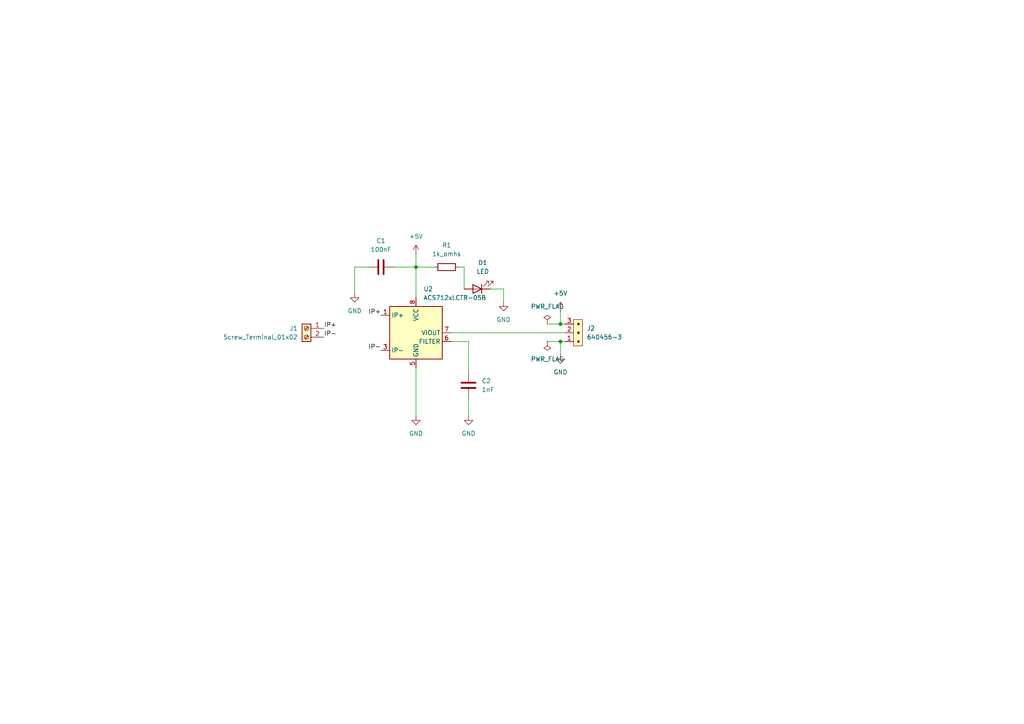
<source format=kicad_sch>
(kicad_sch (version 20250114) (generator "eeschema") (generator_version "9.0")
  (paper "A4")
  (lib_symbols
    (symbol "Connector:Screw_Terminal_01x02" (pin_names (offset 1.016) (hide yes))
      (property "Reference" "J" (at 0 2.54 0))
      (property "Value" "Screw_Terminal_01x02" (at 0 -5.08 0))
      (symbol "Screw_Terminal_01x02_1_1"
        (rectangle (start -1.27 1.27) (end 1.27 -3.81) (stroke (width 0.254)) (fill (type background)))
        (polyline (pts (xy -0.5334 0.3302) (xy 0.3302 -0.508)) (stroke (width 0.1524)))
        (polyline (pts (xy -0.5334 -2.2098) (xy 0.3302 -3.048)) (stroke (width 0.1524)))
        (polyline (pts (xy -0.3556 0.508) (xy 0.508 -0.3302)) (stroke (width 0.1524)))
        (polyline (pts (xy -0.3556 -2.032) (xy 0.508 -2.8702)) (stroke (width 0.1524)))
        (circle (center 0 0) (radius 0.635) (stroke (width 0.1524)))
        (circle (center 0 -2.54) (radius 0.635) (stroke (width 0.1524)))
        (pin passive line (at -5.08 0 0) (length 3.81) (name "Pin_1") (number "1"))
        (pin passive line (at -5.08 -2.54 0) (length 3.81) (name "Pin_2") (number "2"))
      )
    )
    (symbol "Device:C" (pin_numbers (hide yes)) (pin_names (offset 0.254))
      (property "Reference" "C" (at 0.635 2.54 0))
      (property "Value" "C" (at 0.635 -2.54 0))
      (symbol "C_0_1"
        (polyline (pts (xy -2.032 0.762) (xy 2.032 0.762)) (stroke (width 0.508)))
        (polyline (pts (xy -2.032 -0.762) (xy 2.032 -0.762)) (stroke (width 0.508)))
      )
      (symbol "C_1_1"
        (pin passive line (at 0 3.81 270) (length 2.794) (name "~") (number "1"))
        (pin passive line (at 0 -3.81 90) (length 2.794) (name "~") (number "2"))
      )
    )
    (symbol "Device:LED" (pin_numbers (hide yes)) (pin_names (offset 1.016) (hide yes))
      (property "Reference" "D" (at 0 2.54 0))
      (property "Value" "LED" (at 0 -2.54 0))
      (symbol "LED_0_1"
        (polyline (pts (xy -3.048 -0.762) (xy -4.572 -2.286) (xy -3.81 -2.286) (xy -4.572 -2.286) (xy -4.572 -1.524)))
        (polyline (pts (xy -1.778 -0.762) (xy -3.302 -2.286) (xy -2.54 -2.286) (xy -3.302 -2.286) (xy -3.302 -1.524)))
        (polyline (pts (xy -1.27 0) (xy 1.27 0)))
        (polyline (pts (xy -1.27 -1.27) (xy -1.27 1.27)) (stroke (width 0.254)))
        (polyline (pts (xy 1.27 -1.27) (xy 1.27 1.27) (xy -1.27 0) (xy 1.27 -1.27)) (stroke (width 0.254)))
      )
      (symbol "LED_1_1"
        (pin passive line (at -3.81 0 0) (length 2.54) (name "K") (number "1"))
        (pin passive line (at 3.81 0 180) (length 2.54) (name "A") (number "2"))
      )
    )
    (symbol "Device:R" (pin_numbers (hide yes)) (pin_names (offset 0))
      (property "Reference" "R" (at 2.032 0 90))
      (property "Value" "R" (at 0 0 90))
      (symbol "R_0_1"
        (rectangle (start -1.016 -2.54) (end 1.016 2.54) (stroke (width 0.254)))
      )
      (symbol "R_1_1"
        (pin passive line (at 0 3.81 270) (length 1.27) (name "~") (number "1"))
        (pin passive line (at 0 -3.81 90) (length 1.27) (name "~") (number "2"))
      )
    )
    (symbol "Sensor_Current:ACS712xLCTR-05B"
      (property "Reference" "U" (at 2.54 11.43 0))
      (property "Value" "ACS712xLCTR-05B" (at 2.54 8.89 0))
      (symbol "ACS712xLCTR-05B_0_1"
        (rectangle (start -7.62 7.62) (end 7.62 -7.62) (stroke (width 0.254)) (fill (type background)))
      )
      (symbol "ACS712xLCTR-05B_1_1"
        (pin passive line (at -10.16 5.08 0) (length 2.54) (name "IP+") (number "1"))
        (pin passive line (at -10.16 5.08 0) (length 2.54) (hide yes) (name "IP+") (number "2"))
        (pin passive line (at -10.16 -5.08 0) (length 2.54) (name "IP-") (number "3"))
        (pin passive line (at -10.16 -5.08 0) (length 2.54) (hide yes) (name "IP-") (number "4"))
        (pin power_in line (at 0 10.16 270) (length 2.54) (name "VCC") (number "8"))
        (pin power_in line (at 0 -10.16 90) (length 2.54) (name "GND") (number "5"))
        (pin output line (at 10.16 0 180) (length 2.54) (name "VIOUT") (number "7"))
        (pin passive line (at 10.16 -2.54 180) (length 2.54) (name "FILTER") (number "6"))
      )
    )
    (symbol "dk_Rectangular-Connectors-Headers-Male-Pins:640456-3" (pin_names (offset 1.016))
      (property "Reference" "J" (at -2.54 1.27 0))
      (property "Value" "640456-3" (at 2.54 -3.81 0))
      (symbol "640456-3_1_1"
        (rectangle (start -1.27 0) (end 6.35 -2.54) (fill (type background)))
        (rectangle (start -0.254 -1.143) (end 0.254 -1.651) (fill (type outline)))
        (rectangle (start 2.286 -1.143) (end 2.794 -1.651) (fill (type outline)))
        (rectangle (start 4.826 -1.143) (end 5.334 -1.651) (fill (type outline)))
        (pin passive line (at 0 2.54 270) (length 2.54) (name "~") (number "1"))
        (pin passive line (at 2.54 2.54 270) (length 2.54) (name "~") (number "2"))
        (pin passive line (at 5.08 2.54 270) (length 2.54) (name "~") (number "3"))
      )
    )
    (symbol "power:+5V" (power) (pin_numbers (hide yes)) (pin_names (offset 0) (hide yes))
      (property "Value" "+5V" (at 0 3.556 0))
      (symbol "+5V_0_1"
        (polyline (pts (xy -0.762 1.27) (xy 0 2.54)))
        (polyline (pts (xy 0 2.54) (xy 0.762 1.27)))
        (polyline (pts (xy 0 0) (xy 0 2.54)))
      )
      (symbol "+5V_1_1"
        (pin power_in line (at 0 0 90) (length 0) (name "~") (number "1"))
      )
    )
    (symbol "power:GND" (power) (pin_numbers (hide yes)) (pin_names (offset 0) (hide yes))
      (property "Value" "GND" (at 0 -3.81 0))
      (symbol "GND_0_1"
        (polyline (pts (xy 0 0) (xy 0 -1.27) (xy 1.27 -1.27) (xy 0 -2.54) (xy -1.27 -1.27) (xy 0 -1.27)))
      )
      (symbol "GND_1_1"
        (pin power_in line (at 0 0 270) (length 0) (name "~") (number "1"))
      )
    )
    (symbol "power:PWR_FLAG" (power) (pin_numbers (hide yes)) (pin_names (offset 0) (hide yes))
      (property "Value" "PWR_FLAG" (at 0 3.81 0))
      (symbol "PWR_FLAG_0_0"
        (pin power_out line (at 0 0 90) (length 0) (name "~") (number "1"))
      )
      (symbol "PWR_FLAG_0_1"
        (polyline (pts (xy 0 0) (xy 0 1.27) (xy -1.016 1.905) (xy 0 2.54) (xy 1.016 1.905) (xy 0 1.27)))
      )
    )
  )
  (junction (at 162.56 93.98))
  (junction (at 120.65 77.47))
  (junction (at 162.56 99.06))
  (wire (pts (xy 135.89 107.95) (xy 135.89 99.06)))
  (wire (pts (xy 158.75 99.06) (xy 162.56 99.06)))
  (wire (pts (xy 120.65 73.66) (xy 120.65 77.47)))
  (wire (pts (xy 120.65 77.47) (xy 120.65 86.36)))
  (wire (pts (xy 114.3 77.47) (xy 120.65 77.47)))
  (wire (pts (xy 162.56 90.17) (xy 162.56 93.98)))
  (wire (pts (xy 146.05 87.63) (xy 146.05 83.82)))
  (wire (pts (xy 102.87 77.47) (xy 106.68 77.47)))
  (wire (pts (xy 162.56 93.98) (xy 163.83 93.98)))
  (wire (pts (xy 130.81 96.52) (xy 163.83 96.52)))
  (wire (pts (xy 133.35 77.47) (xy 134.62 77.47)))
  (wire (pts (xy 134.62 77.47) (xy 134.62 83.82)))
  (wire (pts (xy 135.89 115.57) (xy 135.89 120.65)))
  (wire (pts (xy 120.65 106.68) (xy 120.65 120.65)))
  (wire (pts (xy 162.56 102.87) (xy 162.56 99.06)))
  (wire (pts (xy 102.87 85.09) (xy 102.87 77.47)))
  (wire (pts (xy 146.05 83.82) (xy 142.24 83.82)))
  (wire (pts (xy 158.75 93.98) (xy 162.56 93.98)))
  (wire (pts (xy 130.81 99.06) (xy 135.89 99.06)))
  (wire (pts (xy 162.56 99.06) (xy 163.83 99.06)))
  (wire (pts (xy 120.65 77.47) (xy 125.73 77.47)))
  (label "IP-" (at 93.98 97.79 0))
  (label "IP+" (at 110.49 91.44 180))
  (label "IP+" (at 93.98 95.25 0))
  (label "IP-" (at 110.49 101.6 180))
  (symbol (lib_id "power:GND") (at 120.65 120.65 0) (unit 1)
    (property "Reference" "#PWR01" (effects (hide yes)))
    (property "Value" "GND" (at 120.65 125.73 0))
    (property "Description" "Power symbol creates a global label with name \"GND\" , ground" (effects (hide yes)))
  )
  (symbol (lib_id "power:GND") (at 146.05 87.63 0) (unit 1)
    (property "Reference" "#PWR05" (effects (hide yes)))
    (property "Value" "GND" (at 146.05 92.71 0))
    (property "Description" "Power symbol creates a global label with name \"GND\" , ground" (effects (hide yes)))
  )
  (symbol (lib_id "Device:R") (at 129.54 77.47 90) (unit 1)
    (property "Reference" "R1" (at 129.54 71.12 90))
    (property "Value" "1k_omhs" (at 129.54 73.66 90))
    (property "Footprint" "Resistor_SMD:R_0805_2012Metric" (effects (hide yes)))
    (property "Description" "Resistor" (effects (hide yes)))
  )
  (symbol (lib_id "Device:C") (at 135.89 111.76 0) (unit 1)
    (property "Reference" "C2" (at 139.7 110.4899 0) (effects (justify left)))
    (property "Value" "1nF" (at 139.7 113.0299 0) (effects (justify left)))
    (property "Footprint" "Capacitor_SMD:C_0805_2012Metric" (effects (hide yes)))
    (property "Description" "Unpolarized capacitor" (effects (hide yes)))
  )
  (symbol (lib_id "power:PWR_FLAG") (at 158.75 99.06 180) (unit 1)
    (property "Reference" "#FLG02" (effects (hide yes)))
    (property "Value" "PWR_FLAG" (at 158.75 104.14 0))
    (property "Description" "Special symbol for telling ERC where power comes from" (effects (hide yes)))
  )
  (symbol (lib_id "power:+5V") (at 162.56 90.17 0) (unit 1)
    (property "Reference" "#PWR07" (effects (hide yes)))
    (property "Value" "+5V" (at 162.56 85.09 0))
    (property "Description" "Power symbol creates a global label with name \"+5V\"" (effects (hide yes)))
  )
  (symbol (lib_id "power:+5V") (at 120.65 73.66 0) (unit 1)
    (property "Reference" "#PWR02" (effects (hide yes)))
    (property "Value" "+5V" (at 120.65 68.58 0))
    (property "Description" "Power symbol creates a global label with name \"+5V\"" (effects (hide yes)))
  )
  (symbol (lib_id "Sensor_Current:ACS712xLCTR-05B") (at 120.65 96.52 0) (unit 1)
    (property "Reference" "U2" (at 122.7933 83.82 0) (effects (justify left)))
    (property "Value" "ACS712xLCTR-05B" (at 122.7933 86.36 0) (effects (justify left)))
    (property "Footprint" "Package_SO:SOIC-8_3.9x4.9mm_P1.27mm" (effects (hide yes)))
    (property "Datasheet" "http://www.allegromicro.com/~/media/Files/Datasheets/ACS712-Datasheet.ashx?la=en" (effects (hide yes)))
    (property "Description" "±5A Bidirectional Hall-Effect Current Sensor, +5.0V supply, 185mV/A, SOIC-8" (effects (hide yes)))
  )
  (symbol (lib_id "dk_Rectangular-Connectors-Headers-Male-Pins:640456-3") (at 166.37 99.06 90) (unit 1)
    (property "Reference" "J2" (at 170.18 95.2499 90) (effects (justify right)))
    (property "Value" "640456-3" (at 170.18 97.7899 90) (effects (justify right)))
    (property "Footprint" "digikey-footprints:PinHeader_1x3_P2.54_Drill1.1mm" (effects (hide yes)))
    (property "Datasheet" "https://www.te.com/commerce/DocumentDelivery/DDEController?Action=srchrtrv&DocNm=640456&DocType=Customer+Drawing&DocLang=English" (effects (hide yes)))
    (property "Description" "CONN HEADER VERT 3POS 2.54MM" (effects (hide yes)))
    (property "Digi-Key_PN" "A19470-ND" (effects (hide yes)))
    (property "MPN" "640456-3" (effects (hide yes)))
    (property "Category" "Connectors, Interconnects" (effects (hide yes)))
    (property "Family" "Rectangular Connectors - Headers, Male Pins" (effects (hide yes)))
    (property "DK_Datasheet_Link" "https://www.te.com/commerce/DocumentDelivery/DDEController?Action=srchrtrv&DocNm=640456&DocType=Customer+Drawing&DocLang=English" (effects (hide yes)))
    (property "DK_Detail_Page" "/product-detail/en/te-connectivity-amp-connectors/640456-3/A19470-ND/259010" (effects (hide yes)))
    (property "Description_1" "CONN HEADER VERT 3POS 2.54MM" (effects (hide yes)))
    (property "Manufacturer" "TE Connectivity AMP Connectors" (effects (hide yes)))
    (property "Status" "Active" (effects (hide yes)))
  )
  (symbol (lib_id "Connector:Screw_Terminal_01x02") (at 88.9 95.25 0) (mirror y) (unit 1)
    (property "Reference" "J1" (at 86.36 95.2499 0) (effects (justify left)))
    (property "Value" "Screw_Terminal_01x02" (at 86.36 97.7899 0) (effects (justify left)))
    (property "Footprint" "TerminalBlock_Phoenix:TerminalBlock_Phoenix_MKDS-1,5-2-5.08_1x02_P5.08mm_Horizontal" (effects (hide yes)))
    (property "Description" "Generic screw terminal, single row, 01x02, script generated (kicad-library-utils/schlib/autogen/connector/)" (effects (hide yes)))
  )
  (symbol (lib_id "Device:LED") (at 138.43 83.82 180) (unit 1)
    (property "Reference" "D1" (at 140.0175 76.2 0))
    (property "Value" "LED" (at 140.0175 78.74 0))
    (property "Footprint" "LED_SMD:LED_0805_2012Metric" (effects (hide yes)))
    (property "Description" "Light emitting diode" (effects (hide yes)))
    (property "Sim.Pins" "1=K 2=A" (effects (hide yes)))
  )
  (symbol (lib_id "power:PWR_FLAG") (at 158.75 93.98 0) (unit 1)
    (property "Reference" "#FLG01" (effects (hide yes)))
    (property "Value" "PWR_FLAG" (at 158.75 88.9 0))
    (property "Description" "Special symbol for telling ERC where power comes from" (effects (hide yes)))
  )
  (symbol (lib_id "power:GND") (at 162.56 102.87 0) (unit 1)
    (property "Reference" "#PWR06" (effects (hide yes)))
    (property "Value" "GND" (at 162.56 107.95 0))
    (property "Description" "Power symbol creates a global label with name \"GND\" , ground" (effects (hide yes)))
  )
  (symbol (lib_id "power:GND") (at 135.89 120.65 0) (unit 1)
    (property "Reference" "#PWR03" (effects (hide yes)))
    (property "Value" "GND" (at 135.89 125.73 0))
    (property "Description" "Power symbol creates a global label with name \"GND\" , ground" (effects (hide yes)))
  )
  (symbol (lib_id "Device:C") (at 110.49 77.47 90) (unit 1)
    (property "Reference" "C1" (at 110.49 69.85 90))
    (property "Value" "100nF" (at 110.49 72.39 90))
    (property "Footprint" "Capacitor_SMD:C_0805_2012Metric" (effects (hide yes)))
    (property "Description" "Unpolarized capacitor" (effects (hide yes)))
  )
  (symbol (lib_id "power:GND") (at 102.87 85.09 0) (unit 1)
    (property "Reference" "#PWR04" (effects (hide yes)))
    (property "Value" "GND" (at 102.87 90.17 0))
    (property "Description" "Power symbol creates a global label with name \"GND\" , ground" (effects (hide yes)))
  )
)
</source>
